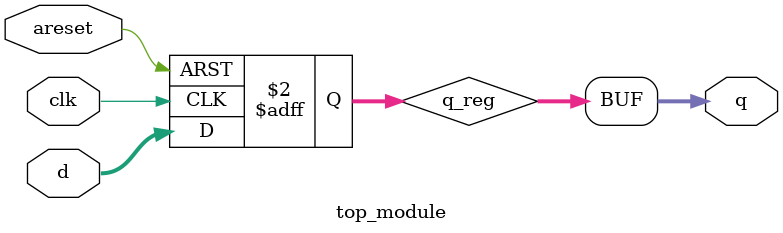
<source format=sv>
module top_module(
    input clk,
    input [7:0] d,
    input areset,
    output reg [7:0] q);
    
    reg [7:0] q_reg;

    always @(posedge clk or posedge areset) begin
        if (areset) begin
            q_reg <= 8'b0;
        end else begin
            q_reg <= d;
        end
    end

    assign q = q_reg;
    
endmodule

</source>
